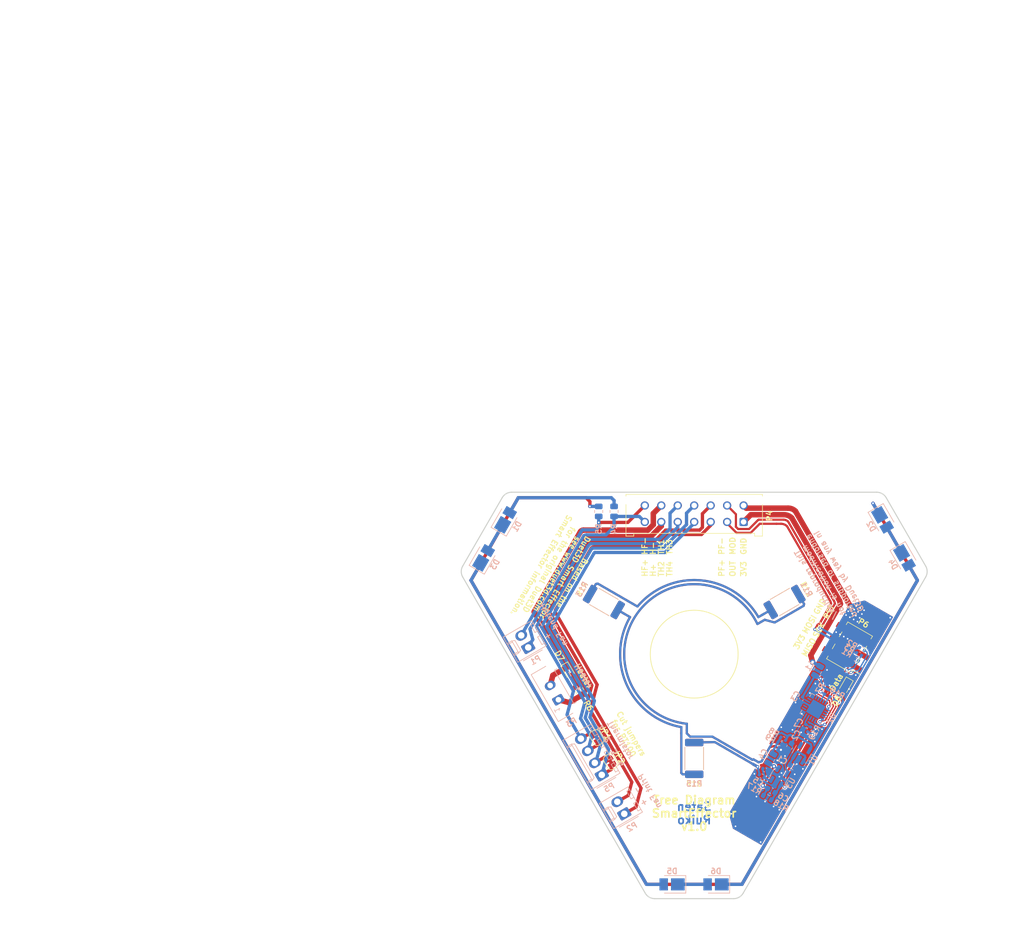
<source format=kicad_pcb>
(kicad_pcb (version 20211014) (generator pcbnew)
  (title_block (title "TD SmartEffector") (date "2022-11-17") (rev "V1.0") (company "Kuro") (comment 2 "Based on the Duet3D Smart Effector, see www.duet3d.com for the original\\nDuet3D Smart Effector information. This reproduction/modification is not endorsed or\\nsupported in any way by Duet3D."))
  (layers (0 "F.Cu" jumper) (31 "B.Cu" signal) (34 "B.Paste" user) (35 "F.Paste" user) (36 "B.SilkS" user "B.Silkscreen") (37 "F.SilkS" user "F.Silkscreen") (38 "B.Mask" user) (39 "F.Mask" user) (44 "Edge.Cuts" user))
  (net 0 "")
  (net 1 "+3V3")
  (net 2 "Net-(D1-Pad1)")
  (net 3 "Net-(D1-Pad2)")
  (net 4 "Net-(D7-Pad2)")
  (net 5 "T")
  (net 6 "B")
  (net 7 "GND")
  (net 8 "/TB-R11")
  (net 9 "/B3")
  (net 10 "/T3")
  (net 11 "+2V8")
  (net 12 "/ADC1")
  (net 13 "/u3Vout")
  (net 14 "/u3vin-")
  (net 15 "/u3vin+")
  (net 16 "/TB-C6")
  (net 17 "Net-(D2-Pad1)")
  (net 18 "Net-(D2-Pad2)")
  (net 19 "Net-(D3-Pad1)")
  (net 20 "Net-(D4-Pad2)")
  (net 21 "Net-(D5-Pad1)")
  (net 22 "/Heater -")
  (net 23 "Net-(D8-Pad2)")
  (net 24 "/Therm1")
  (net 25 "/Therm2")
  (net 26 "/Therm3")
  (net 27 "/Therm4")
  (net 28 "/Hotend Fan +")
  (net 29 "/Hotend Fan -")
  (net 30 "/Print Fan +")
  (net 31 "/Print Fan -")
  (net 32 "/Heater +")
  (net 33 "/MISO")
  (net 34 "/SCK")
  (net 35 "/MOSI")
  (net 36 "/RST")
  (net 37 "/COMMS_LED")
  (net 50 "Net-(L1-Pad2)")
  (net 51 "Net-(P4-Pad9)")
  (net 52 "Net-(P4-Pad2)")
  (net 53 "/B2A")
  (net 54 "/B2B")
  (net 55 "/T2A")
  (net 56 "/T2B")
  (net 57 "/B1A")
  (net 58 "/B1B")
  (net 59 "/T1A")
  (net 60 "/T1B")
  (net 61 "/ADC0B")
  (footprint "MountingHole:MountingHole_3mm" (layer "F.Cu") (at 72.5 77.194665 -120)
    (fp_text reference "M6" hide)
    (fp_text value "M_2.9mm")
  )
  (footprint "MountingHole:MountingHole_3mm" (layer "F.Cu") (at 127.500002 77.194664 -120)
    (fp_text reference "M10" hide)
    (fp_text value "M_2.9mm")
  )
  (footprint "MountingHole:MountingHole_3mm" (layer "F.Cu") (at 94 135.218367 -120)
    (fp_text reference "M3" hide)
    (fp_text value "M_2.9mm")
  )
  (footprint "MountingHole:MountingHole_3mm" (layer "F.Cu") (at 106.000001 135.218368 -120)
    (fp_text reference "M11" hide)
    (fp_text value "M_2.9mm")
  )
  (footprint "MountingHole:MountingHole_3mm" (layer "F.Cu") (at 66.5 87.58697 -120)
    (fp_text reference "M2" hide)
    (fp_text value "M_2.9mm")
  )
  (footprint "MountingHole:MountingHole_3mm" (layer "F.Cu") (at 133.500002 87.586969 -120)
    (fp_text reference "M7" hide)
    (fp_text value "M_2.9mm")
  )
  (footprint "LED_SMD:LED_0603_1608Metric_Pad1.05x0.95mm_HandSolder" (layer "F.Cu") (at 127.509482 105.952182 -120)
    (fp_text reference "D8")
    (fp_text value "Comms")
  )
  (footprint "complib:12mmHole" (layer "F.Cu") (at 100 100 -120)
    (fp_text reference "M4" hide)
    (fp_text value "12mm" hide)
  )
  (footprint "Connector_Molex:Molex_Micro-Fit_3.0_43045-1412_2x07_P3.00mm_Vertical" (layer "F.Cu") (at 109 75.915001 180)
    (fp_text reference "P4")
    (fp_text value "INPUT")
  )
  (footprint "Jumper:SolderJumper-2_P1.3mm_Bridged_RoundedPad1.0x1.5mm" (layer "F.Cu") (at 82.222835 115.209045 -60)
    (fp_text reference "JP1")
    (fp_text value "SolderJumper")
  )
  (footprint "Jumper:SolderJumper-2_P1.3mm_Bridged_RoundedPad1.0x1.5mm" (layer "F.Cu") (at 84.762835 119.608454 -60)
    (fp_text reference "JP2")
    (fp_text value "SolderJumper")
  )
  (footprint "Connector_PinHeader_2.54mm:PinHeader_2x03_P2.54mm_Vertical_SMD" (layer "F.Cu") (at 128.298006 98.786413 150)
    (fp_text reference "P6")
    (fp_text value "AVR-ISP-6")
  )
  (footprint "NetTie:NetTie-2_SMD_Pad0.5mm" (layer "F.Cu") (at 111.104002 120.267306 -30)
    (fp_text reference "NT4" hide)
    (fp_text value "NetTie-Top-Amp" hide)
  )
  (footprint "Resistor_SMD:R_2512_6332Metric" (layer "F.Cu") (at 116.454483 90.5 30)
    (fp_text reference "R12")
    (fp_text value "100R" hide)
  )
  (footprint "Resistor_SMD:R_2512_6332Metric" (layer "F.Cu") (at 83.545519 90.5 150)
    (fp_text reference "R14")
    (fp_text value "100R" hide)
  )
  (footprint "Resistor_SMD:R_2512_6332Metric" (layer "F.Cu") (at 100 119 90)
    (fp_text reference "R16")
    (fp_text value "100R" hide)
  )
  (footprint "MountingHole:MountingHole_3mm" (layer "F.Cu") (at 100.000002 83.000001 180)
    (fp_text reference "M5" hide)
    (fp_text value "M_2.9mm")
  )
  (footprint "MountingHole:MountingHole_3mm" (layer "F.Cu") (at 85.277569 108.499999 180)
    (fp_text reference "M9" hide)
    (fp_text value "M_2.9mm")
  )
  (footprint "MountingHole:MountingHole_3mm" (layer "F.Cu") (at 114.722434 108.5 180)
    (fp_text reference "M1" hide)
    (fp_text value "M_2.9mm")
  )
  (footprint "Resistor_SMD:R_0805_2012Metric" (layer "F.Cu") (at 79.128475 106.649458 -60)
    (fp_text reference "R6")
    (fp_text value "3.3K")
  )
  (footprint "td:round_track_connection_bot_01" (layer "F.Cu") (at 100 100 50)
    (fp_text reference "CN1" hide)
    (fp_text value "Round_Track_Connector" hide)
  )
  (footprint "td:round_track_connection_bot_02" (layer "F.Cu") (at 100 100 174)
    (fp_text reference "CN5" hide)
    (fp_text value "Round_Track_Connector" hide)
  )
  (footprint "td:round_track_connection_top_01" (layer "F.Cu") (at 100 100 170)
    (fp_text reference "CN4" hide)
    (fp_text value "Round_Track_Connector" hide)
  )
  (footprint "td:round_track_connection_top_01" (layer "F.Cu") (at 100 100 50)
    (fp_text reference "CN2" hide)
    (fp_text value "Round_Track_Connector" hide)
  )
  (footprint "LED_SMD:LED_0603_1608Metric_Pad1.05x0.95mm_HandSolder" (layer "F.Cu") (at 77.139725 103.204842 -60)
    (fp_text reference "D7")
    (fp_text value "Heater")
  )
  (footprint "td:round_track_connection_bot_01" (layer "F.Cu") (at 100 100 170)
    (fp_text reference "CN3" hide)
    (fp_text value "Round_Track_Connector" hide)
  )
  (footprint "td:round_track_connection_top_02" (layer "F.Cu") (at 100 100 174)
    (fp_text reference "CN6" hide)
    (fp_text value "Round_Track_Connector" hide)
  )
  (footprint "Connector_Molex:Molex_Micro-Fit_3.0_43650-0215_1x02_P3.00mm_Vertical" (layer "B.Cu") (at 75.258102 108.306667 120)
    (fp_text reference "P3")
    (fp_text value "Heater")
  )
  (footprint "Resistor_SMD:R_0805_2012Metric" (layer "B.Cu") (at 85.4 74 90)
    (fp_text reference "R4")
    (fp_text value "330R")
  )
  (footprint "Capacitor_SMD:C_0402_1005Metric" (layer "B.Cu") (at 119.486534 108.248335 -120)
    (fp_text reference "C3")
    (fp_text value "100n")
  )
  (footprint "Capacitor_SMD:C_0402_1005Metric" (layer "B.Cu") (at 120.084609 113.212436 -120)
    (fp_text reference "C7")
    (fp_text value "10n")
  )
  (footprint "Capacitor_SMD:C_0603_1608Metric" (layer "B.Cu") (at 118.14166 120.577723 -30)
    (fp_text reference "C1")
    (fp_text value "1u")
  )
  (footprint "Capacitor_SMD:C_0603_1608Metric" (layer "B.Cu") (at 114.054227 124.857367 150)
    (fp_text reference "C6")
    (fp_text value "47p")
  )
  (footprint "Capacitor_SMD:C_0805_2012Metric" (layer "B.Cu") (at 113.956149 119.027241 60)
    (fp_text reference "C4")
    (fp_text value "22u")
  )
  (footprint "Resistor_SMD:R_0603_1608Metric" (layer "B.Cu") (at 113.304225 126.156405 -30)
    (fp_text reference "R18")
    (fp_text value "10M")
  )
  (footprint "Resistor_SMD:R_0402_1005Metric" (layer "B.Cu") (at 125.143456 108.05026 150)
    (fp_text reference "R10")
    (fp_text value "330R")
  )
  (footprint "Resistor_SMD:R_0402_1005Metric" (layer "B.Cu") (at 120.950636 113.712436 60)
    (fp_text reference "R19")
    (fp_text value "5.1K")
  )
  (footprint "Resistor_SMD:R_0402_1005Metric" (layer "B.Cu") (at 130.56666 99.056991 150)
    (fp_text reference "R2")
    (fp_text value "5.1K")
  )
  (footprint "Resistor_SMD:R_0402_1005Metric" (layer "B.Cu") (at 130.016661 100.00962 -30)
    (fp_text reference "R3")
    (fp_text value "1K")
  )
  (footprint "Resistor_SMD:R_0402_1005Metric" (layer "B.Cu") (at 124.002815 106.825905 60)
    (fp_text reference "R7")
    (fp_text value "5.1K")
  )
  (footprint "Resistor_SMD:R_0402_1005Metric" (layer "B.Cu") (at 112.286053 122.219933 -30)
    (fp_text reference "R17")
    (fp_text value "5.1K")
  )
  (footprint "Resistor_SMD:R_0402_1005Metric" (layer "B.Cu") (at 116.211054 115.421635 150)
    (fp_text reference "R8")
    (fp_text value "10K 1%")
  )
  (footprint "Resistor_SMD:R_0402_1005Metric" (layer "B.Cu") (at 115.711053 116.287659 -30)
    (fp_text reference "R9")
    (fp_text value "10K 1%")
  )
  (footprint "Capacitor_SMD:C_0603_1608Metric" (layer "B.Cu") (at 117.339097 116.967803 60)
    (fp_text reference "C2")
    (fp_text value "1u")
  )
  (footprint "Capacitor_SMD:C_0402_1005Metric" (layer "B.Cu") (at 112.936053 121.0941 -30)
    (fp_text reference "C5")
    (fp_text value "10n")
  )
  (footprint "Connector_Molex:Molex_KK-254_AE-6410-04A_1x04_P2.54mm_Vertical" (layer "B.Cu") (at 83.163102 121.998529 120)
    (fp_text reference "P5")
    (fp_text value "TEMP")
  )
  (footprint "Package_TO_SOT_SMD:SOT-23-5" (layer "B.Cu") (at 115.516725 122.324244 60)
    (fp_text reference "U3")
    (fp_text value "MCP601T-I/OT ")
  )
  (footprint "LED_SMD:LED_PLCC_2835_Handsoldering" (layer "B.Cu") (at 65.626934 75.535899 60)
    (fp_text reference "D1")
    (fp_text value "illum")
  )
  (footprint "LED_SMD:LED_PLCC_2835_Handsoldering" (layer "B.Cu") (at 95.967524 141.943751 180)
    (fp_text reference "D5")
    (fp_text value "illum")
  )
  (footprint "LED_SMD:LED_PLCC_2835_Handsoldering" (layer "B.Cu") (at 61.626934 82.464102 60)
    (fp_text reference "D3")
    (fp_text value "illum")
  )
  (footprint "Connector_Molex:Molex_KK-254_AE-6410-02A_1x02_P2.54mm_Vertical" (layer "B.Cu") (at 87.258102 129.091278 120)
    (fp_text reference "P2")
    (fp_text value "Print Fan")
  )
  (footprint "Inductor_SMD:L_0805_2012Metric" (layer "B.Cu") (at 122.486533 103.052182 60)
    (fp_text reference "L1")
    (fp_text value "22uH")
  )
  (footprint "Connector_Molex:Molex_KK-254_AE-6410-02A_1x02_P2.54mm_Vertical" (layer "B.Cu") (at 69.758102 98.780388 120)
    (fp_text reference "P1")
    (fp_text value "Hotend Fan")
  )
  (footprint "Package_DFN_QFN:QFN-20-1EP_4x4mm_P0.5mm_EP2.6x2.6mm" (layer "B.Cu") (at 122.157815 110.02154 60)
    (fp_text reference "U2")
    (fp_text value "ATtiny44A-MU")
  )
  (footprint "Resistor_SMD:R_0402_1005Metric" (layer "B.Cu") (at 129.466661 100.962247 -30)
    (fp_text reference "R1")
    (fp_text value "330K")
  )
  (footprint "NetTie:NetTie-2_SMD_Pad0.5mm" (layer "B.Cu") (at 117.918584 114.964102 150)
    (fp_text reference "NT1" hide)
    (fp_text value "NetTie-ADC0-Bottom")
  )
  (footprint "NetTie:NetTie-2_SMD_Pad0.5mm" (layer "B.Cu") (at 111.104002 120.267306 -30)
    (fp_text reference "NT3" hide)
    (fp_text value "NetTie-Bottom-Amp" hide)
  )
  (footprint "Package_TO_SOT_SMD:SOT-23-5" (layer "B.Cu") (at 119.580073 118.08632 60)
    (fp_text reference "U1")
    (fp_text value "LP5907MFX-2.8")
  )
  (footprint "Resistor_SMD:R_2512_6332Metric" (layer "B.Cu") (at 116.454483 90.5 30)
    (fp_text reference "R11")
    (fp_text value "100R" hide)
  )
  (footprint "Resistor_SMD:R_2512_6332Metric" (layer "B.Cu") (at 83.545519 90.5 -30)
    (fp_text reference "R13")
    (fp_text value "100R" hide)
  )
  (footprint "Resistor_SMD:R_2512_6332Metric" (layer "B.Cu") (at 100 119 -90)
    (fp_text reference "R15")
    (fp_text value "100R" hide)
  )
  (footprint "LED_SMD:LED_PLCC_2835_Handsoldering" (layer "B.Cu") (at 103.967524 141.94375 180)
    (fp_text reference "D6")
    (fp_text value "illum")
  )
  (footprint "LED_SMD:LED_PLCC_2835_Handsoldering" (layer "B.Cu") (at 134.308115 75.535898 -60)
    (fp_text reference "D2")
    (fp_text value "illum")
  )
  (footprint "Resistor_SMD:R_0805_2012Metric" (layer "B.Cu") (at 82.600001 74.000001 90)
    (fp_text reference "R5")
    (fp_text value "330R")
  )
  (footprint "LED_SMD:LED_PLCC_2835_Handsoldering" (layer "B.Cu") (at 138.308116 82.464103 -60)
    (fp_text reference "D4")
    (fp_text value "illum")
  )
  (gr_line (start 107.190699 144.545345) (end 92.809303 144.545345) (layer "Edge.Cuts") (width 0.2))
  (gr_line (start 57.826952 83.954139) (end 65.017651 71.499483) (layer "Edge.Cuts") (width 0.2))
  (gr_arc (start 92.809303 144.545345) (mid 91.809303 144.277396) (end 91.077252 143.545345) (layer "Edge.Cuts") (width 0.2))
  (gr_line (start 66.749732 70.499483) (end 133.249136 70.500518) (layer "Edge.Cuts") (width 0.2))
  (gr_line (start 142.172749 85.954656) (end 108.922749 143.545344) (layer "Edge.Cuts") (width 0.2))
  (gr_line (start 91.077252 143.545345) (end 57.826952 85.954137) (layer "Edge.Cuts") (width 0.2))
  (gr_arc (start 65.017651 71.499483) (mid 65.749682 70.767355) (end 66.749732 70.499483) (layer "Edge.Cuts") (width 0.2))
  (gr_line (start 134.981083 71.500393) (end 142.172677 83.95453) (layer "Edge.Cuts") (width 0.2))
  (gr_arc (start 108.922749 143.545344) (mid 108.190722 144.277447) (end 107.190699 144.545345) (layer "Edge.Cuts") (width 0.2))
  (gr_arc (start 57.826952 85.954137) (mid 57.559016 84.954144) (end 57.826952 83.954139) (layer "Edge.Cuts") (width 0.2))
  (gr_arc (start 142.172677 83.95453) (mid 142.440706 84.954587) (end 142.172749 85.954656) (layer "Edge.Cuts") (width 0.2))
  (gr_arc (start 133.249136 70.500518) (mid 134.249056 70.768445) (end 134.981083 71.500393) (layer "Edge.Cuts") (width 0.2))
  (gr_text "Saten\nRuiko" (at 100 129) (layer "B.Cu") (effects (font (size 1.5 1.5) (thickness 0.3)) (justify mirror)))
  (gr_text "3" (at 85.426872 117.758602 120) (layer "B.SilkS") (effects (font (size 1 1) (thickness 0.2)) (justify mirror)))
  (gr_text "Thermistor" (at 86.523923 115.658749 120) (layer "B.SilkS") (effects (font (size 1 1) (thickness 0.2)) (justify mirror)))
  (gr_text "1" (at 75.027122 110.145706 300) (layer "B.SilkS") (effects (font (size 1 1) (thickness 0.1)) (justify mirror)))
  (gr_text "2" (at 84.156872 115.558897 120) (layer "B.SilkS") (effects (font (size 1 1) (thickness 0.2)) (justify mirror)))
  (gr_text "-" (at 89.521872 124.85135 120) (layer "B.SilkS") (effects (font (size 1 1) (thickness 0.2)) (justify mirror)))
  (gr_text "Hotend Fan" (at 74.388923 94.640313 120) (layer "B.SilkS") (effects (font (size 1 1) (thickness 0.2)) (justify mirror)))
  (gr_text "+" (at 78.791872 106.266444 120) (layer "B.SilkS") (effects (font (size 1 1) (thickness 0.2)) (justify mirror)))
  (gr_text "Heater" (at 79.773923 103.967406 120) (layer "B.SilkS") (effects (font (size 1 1) (thickness 0.2)) (justify mirror)))
  (gr_text "-" (at 72.021871 94.54046 120) (layer "B.SilkS") (effects (font (size 1 1) (thickness 0.2)) (justify mirror)))
  (gr_text "-" (at 77.291872 103.668368 120) (layer "B.SilkS") (effects (font (size 1 1) (thickness 0.2)) (justify mirror)))
  (gr_text "4" (at 86.696872 119.958306 120) (layer "B.SilkS") (effects (font (size 1 1) (thickness 0.2)) (justify mirror)))
  (gr_text "1" (at 82.886872 113.359193 120) (layer "B.SilkS") (effects (font (size 1 1) (thickness 0.2)) (justify mirror)))
  (gr_text "Print Fan" (at 91.888923 124.951203 120) (layer "B.SilkS") (effects (font (size 1 1) (thickness 0.2)) (justify mirror)))
  (gr_text "+" (at 73.291872 96.740165 120) (layer "B.SilkS") (effects (font (size 1 1) (thickness 0.2)) (justify mirror)))
  (gr_text "This reproduction/\nmodification is not\nendorsed or supported\nin any way by Duet3D" (at 124.298712 86.086603 120) (layer "B.SilkS") (effects (font (size 1 1) (thickness 0.2)) (justify mirror)))
  (gr_text "+" (at 90.791872 127.051055 120) (layer "B.SilkS") (effects (font (size 1 1) (thickness 0.2)) (justify mirror)))
  (gr_text "TH1" (at 94.000001 82 90) (layer "F.SilkS") (effects (font (size 1 1) (thickness 0.2)) (justify left)))
  (gr_text "MOD" (at 107 82 90) (layer "F.SilkS") (effects (font (size 1 1) (thickness 0.2)) (justify left)))
  (gr_text "RST" (at 123.888778 93.623423 60) (layer "F.SilkS") (effects (font (size 1 1) (thickness 0.2)) (justify left)))
  (gr_text "MISO" (at 121.881635 97.099896 60) (layer "F.SilkS") (effects (font (size 1 1) (thickness 0.2)) (justify right)))
  (gr_text "HF-" (at 91 82 90) (layer "F.SilkS") (effects (font (size 1 1) (thickness 0.2)) (justify left)))
  (gr_text "HF+" (at 91 86 90) (layer "F.SilkS") (effects (font (size 1 1) (thickness 0.2)) (justify left)))
  (gr_text "Tree Diagram\nSmartEffector\nv1.0" (at 100 129) (layer "F.SilkS") (effects (font (size 1.5 1.5) (thickness 0.3))))
  (gr_text "Data" (at 125.900635 105.138784 60) (layer "F.SilkS") (effects (font (size 1 1) (thickness 0.2))))
  (gr_text "PF-" (at 105 82 90) (layer "F.SilkS") (effects (font (size 1 1) (thickness 0.2)) (justify left)))
  (gr_text "GND" (at 122.073394 92.767761 60) (layer "F.SilkS") (effects (font (size 1 1) (thickness 0.2)) (justify left)))
  (gr_text "Heater" (at 79.773923 103.967406 300) (layer "F.SilkS") (effects (font (size 1 1) (thickness 0.2))))
  (gr_text "Cut jumpers\nfor PT100" (at 87.822961 114.908749 300) (layer "F.SilkS") (effects (font (size 1 1) (thickness 0.2))))
  (gr_text "Based on the\nDuet3D Smart Effector,\nsee www.duet3d.com\nfor the original Duet3D\nSmart Effector information." (at 74.935264 85.413397 240) (layer "F.SilkS") (effects (font (size 1 1) (thickness 0.2))))
  (gr_text "3V3" (at 109 86 90) (layer "F.SilkS") (effects (font (size 1 1) (thickness 0.2)) (justify left)))
  (gr_text "TH4" (at 95.5 86 90) (layer "F.SilkS") (effects (font (size 1 1) (thickness 0.2)) (justify left)))
  (gr_text "OUT" (at 107 86 90) (layer "F.SilkS") (effects (font (size 1 1) (thickness 0.2)) (justify left)))
  (gr_text "H+" (at 92.5 86 90) (layer "F.SilkS") (effects (font (size 1 1) (thickness 0.2)) (justify left)))
  (gr_text "PF+" (at 105 86 90) (layer "F.SilkS") (effects (font (size 1 1) (thickness 0.2)) (justify left)))
  (gr_text "GND" (at 109 82 90) (layer "F.SilkS") (effects (font (size 1 1) (thickness 0.2)) (justify left)))
  (gr_text "TH2" (at 94.000001 86 90) (layer "F.SilkS") (effects (font (size 1 1) (thickness 0.2)) (justify left)))
  (gr_text "3V3" (at 119.935298 96.471051 60) (layer "F.SilkS") (effects (font (size 1 1) (thickness 0.2)) (justify right)))
  (gr_text "H-" (at 92.499999 82 90) (layer "F.SilkS") (effects (font (size 1 1) (thickness 0.2)) (justify left)))
  (gr_text "SCK" (at 122.755445 95.586414 60) (layer "F.SilkS") (effects (font (size 1 1) (thickness 0.2))))
  (gr_text "TH3" (at 95.5 82 90) (layer "F.SilkS") (effects (font (size 1 1) (thickness 0.2)) (justify left)))
  (gr_text "MOSI" (at 121.023394 94.586414 60) (layer "F.SilkS") (effects (font (size 1 1) (thickness 0.2))))
  (segment (start 123.176456 104.200487) (end 124.991025 103.714274) (width 0.4) (layer "F.Cu") (net 1))
  (segment (start 126.369828 100.606118) (end 124.841292 99.723618) (width 0.4) (layer "F.Cu") (net 1))
  (segment (start 123.158146 104.189915) (end 123.176456 104.200487) (width 0.4) (layer "F.Cu") (net 1))
  (segment (start 124.991025 103.714274) (end 126.501597 101.097888) (width 0.4) (layer "F.Cu") (net 1))
  (segment (start 126.501597 101.097888) (end 126.369828 100.606118) (width 0.4) (layer "F.Cu") (net 1))
  (segment (start 123.014146 104.43933) (end 123.158146 104.189915) (width 0.4) (layer "F.Cu") (net 1))
  (via (at 123.014146 104.43933) (size 0.6) (drill 0.3) (layers "F.Cu" "B.Cu") (net 1))
  (segment (start 120.740716 108.626026) (end 119.792419 108.078527) (width 0.25) (layer "B.Cu") (net 1))
  (segment (start 120.387715 119.866085) (end 120.675505 119.788972) (width 0.4) (layer "B.Cu") (net 1))
  (segment (start 119.834047 119.546424) (end 120.239385 118.844358) (width 0.4) (layer "B.Cu") (net 1))
  (segment (start 120.239385 118.844358) (end 120.14721 118.50036) (width 0.4) (layer "B.Cu") (net 1))
  (segment (start 118.188599 118.596425) (end 117.406437 119.951169) (width 0.4) (layer "B.Cu") (net 1))
  (segment (start 119.726533 107.832641) (end 121.486535 104.784231) (width 0.4) (layer "B.Cu") (net 1))
  (segment (start 122.017783 103.864081) (end 123.014146 104.43933) (width 0.4) (layer "B.Cu") (net 1))
  (segment (start 120.14721 118.50036) (end 118.894632 117.777185) (width 0.4) (layer "B.Cu") (net 1))
  (segment (start 126.942678 107.934915) (end 124.257998 106.384915) (width 0.4) (layer "B.Cu") (net 1))
  (segment (start 119.792419 108.078527) (end 119.726533 107.832641) (width 0.25) (layer "B.Cu") (net 1))
  (segment (start 121.486535 104.784231) (end 122.017785 103.864079) (width 0.4) (layer "B.Cu") (net 1))
  (segment (start 119.834047 119.546424) (end 120.387715 119.866085) (width 0.4) (layer "B.Cu") (net 1))
  (segment (start 118.894632 117.777185) (end 118.618936 117.851056) (width 0.4) (layer "B.Cu") (net 1))
  (segment (start 120.675505 119.788972) (end 127.125505 108.617245) (width 0.4) (layer "B.Cu") (net 1))
  (segment (start 123.403048 105.890732) (end 123.014146 104.43933) (width 0.4) (layer "B.Cu") (net 1))
  (segment (start 124.257998 106.384915) (end 124.257815 106.384232) (width 0.4) (layer "B.Cu") (net 1))
  (segment (start 127.125505 108.617245) (end 126.942678 107.934915) (width 0.4) (layer "B.Cu") (net 1))
  (segment (start 118.618936 117.851056) (end 118.188599 118.596425) (width 0.4) (layer "B.Cu") (net 1))
  (segment (start 124.257815 106.384232) (end 123.403048 105.890732) (width 0.4) (layer "B.Cu") (net 1))
  (segment (start 117.406437 119.951169) (end 117.470491 120.190222) (width 0.4) (layer "B.Cu") (net 1))
  (segment (start 65.101933 76.445225) (end 62.389432 81.143412) (width 0.6) (layer "B.Cu") (net 2))
  (segment (start 67.949554 71.5) (end 67.951933 71.50888) (width 0.6) (layer "B.Cu") (net 3))
  (segment (start 85.4 72) (end 84.9 71.500001) (width 0.6) (layer "B.Cu") (net 3))
  (segment (start 85.400001 73.0875) (end 85.4 72) (width 0.6) (layer "B.Cu") (net 3))
  (segment (start 67.951933 71.50888) (end 66.389434 74.21521) (width 0.6) (layer "B.Cu") (net 3))
  (segment (start 84.9 71.500001) (end 67.949554 71.5) (width 0.6) (layer "B.Cu") (net 3))
  (segment (start 78.672225 105.859208) (end 77.577225 103.962614) (width 0.6) (layer "F.Cu") (net 4))
  (segment (start 103.742786 116.017305) (end 110.670988 120.017304) (width 0.4) (layer "F.Cu") (net 5))
  (segment (start 100 116.1) (end 103.742786 116.017305) (width 0.4) (layer "F.Cu") (net 5))
  (segment (start 100 116.1) (end 103.742786 116.017305) (width 0.4) (layer "B.Cu") (net 6))
  (segment (start 103.742786 116.017305) (end 110.670988 120.017304) (width 0.4) (layer "B.Cu") (net 6))
  (segment (start 109 72.915002) (end 109.484999 73.4) (width 1) (layer "F.Cu") (net 7))
  (segment (start 114.586534 116.735384) (end 113.766917 116.954998) (width 0.4) (layer "F.Cu") (net 7))
  (segment (start 113.766917 116.954998) (end 112.266919 119.553073) (width 0.4) (layer "F.Cu") (net 7))
  (segment (start 110.811181 119.174484) (end 110.585666 119.234911) (width 0.4) (layer "F.Cu") (net 7))
  (segment (start 112.266919 119.553073) (end 111.720509 119.699485) (width 0.4) (layer "F.Cu") (net 7))
  (segment (start 118.44768 73.952319) (end 128.549981 91.450019) (width 1) (layer "F.Cu") (net 7))
  (segment (start 99.275002 115.025) (end 98.664775 114.414775) (width 0.4) (layer "F.Cu") (net 7))
  (segment (start 109.484999 73.4) (end 117.114137 73.4) (width 1) (layer "F.Cu") (net 7))
  (segment (start 115.798968 117.435382) (end 114.586534 116.735384) (width 0.4) (layer "F.Cu") (net 7))
  (segment (start 111.720509 119.699485) (end 110.811181 119.174484) (width 0.4) (layer "F.Cu") (net 7))
  (segment (start 98.664775 114.414775) (end 98.664776 113.801223) (width 0.4) (layer "F.Cu") (net 7))
  (segment (start 110.585666 119.234911) (end 103.293887 115.025001) (width 0.4) (layer "F.Cu") (net 7))
  (segment (start 103.293887 115.025001) (end 99.275002 115.025) (width 0.4) (layer "F.Cu") (net 7))
  (via (at 107.525765 131.364995) (size 0.6) (drill 0.3) (layers "F.Cu" "B.Cu") (net 7))
  (via (at 118.309481 121.88705) (size 0.6) (drill 0.3) (layers "F.Cu" "B.Cu") (net 7))
  (via (at 118.689866 120.028203) (size 0.6) (drill 0.3) (layers "F.Cu" "B.Cu") (net 7))
  (via (at 121.982687 115.924872) (size 0.6) (drill 0.3) (layers "F.Cu" "B.Cu") (net 7))
  (via (at 129.745377 94.079491) (size 0.6) (drill 0.3) (layers "F.Cu" "B.Cu") (net 7))
  (via (at 129.559739 91.201032) (size 0.6) (drill 0.3) (layers "F.Cu" "B.Cu") (net 7))
  (via (at 125.866918 95.997183) (size 0.6) (drill 0.3) (layers "F.Cu" "B.Cu") (net 7))
  (via (at 115.8382 119.767434) (size 0.6) (drill 0.3) (layers "F.Cu" "B.Cu") (net 7))
  (via (at 127.25256 96.797184) (size 0.6) (drill 0.3) (layers "F.Cu" "B.Cu") (net 7))
  (via (at 128.759739 92.586672) (size 0.6) (drill 0.3) (layers "F.Cu" "B.Cu") (net 7))
  (via (at 117.898969 113.798076) (size 0.6) (drill 0.3) (layers "F.Cu" "B.Cu") (net 7))
  (via (at 115.798968 117.435382) (size 0.8) (drill 0.4) (layers "F.Cu" "B.Cu") (net 7))
  (via (at 126.55974 96.397185) (size 0.6) (drill 0.3) (layers "F.Cu" "B.Cu") (net 7))
  (via (at 135.702302 93.361801) (size 0.6) (drill 0.3) (layers "F.Cu" "B.Cu") (net 7))
  (via (at 129.15974 91.893853) (size 0.6) (drill 0.3) (layers "F.Cu" "B.Cu") (net 7))
  (via (at 110.966918 121.80474) (size 0.6) (drill 0.3) (layers "F.Cu" "B.Cu") (net 7))
  (via (at 122.079355 105.357438) (size 0.6) (drill 0.3) (layers "F.Cu" "B.Cu") (net 7))
  (via (at 124.657815 105.691413) (size 0.6) (drill 0.3) (layers "F.Cu" "B.Cu") (net 7))
  (via (at 128.359739 93.279493) (size 0.6) (drill 0.3) (layers "F.Cu" "B.Cu") (net 7))
  (via (at 116.5382 118.554998) (size 0.6) (drill 0.3) (layers "F.Cu" "B.Cu") (net 7))
  (via (at 119.598968 110.853589) (size 0.6) (drill 0.3) (layers "F.Cu" "B.Cu") (net 7))
  (via (at 115.86692 113.317691) (size 0.6) (drill 0.3) (layers "F.Cu" "B.Cu") (net 7))
  (via (at 119.48461 114.251667) (size 0.6) (drill 0.3) (layers "F.Cu" "B.Cu") (net 7))
  (via (at 121.079354 107.089488) (size 0.6) (drill 0.3) (layers "F.Cu" "B.Cu") (net 7))
  (via (at 127.945379 97.197183) (size 0.6) (drill 0.3) (layers "F.Cu" "B.Cu") (net 7))
  (via (at 106.766917 129.079353) (size 0.6) (drill 0.3) (layers "F.Cu" "B.Cu") (net 7))
  (via (at 114.463071 127.749228) (size 0.6) (drill 0.3) (layers "F.Cu" "B.Cu") (net 7))
  (via (at 130.14538 93.386672) (size 0.6) (drill 0.3) (layers "F.Cu" "B.Cu") (net 7))
  (via (at 115.904226 121.653075) (size 0.6) (drill 0.3) (layers "F.Cu" "B.Cu") (net 7))
  (via (at 111.345378 125.949226) (size 0.6) (drill 0.3) (layers "F.Cu" "B.Cu") (net 7))
  (via (at 112.904226 126.849227) (size 0.6) (drill 0.3) (layers "F.Cu" "B.Cu") (net 7))
  (via (at 128.202302 106.352182) (size 0.6) (drill 0.3) (layers "F.Cu" "B.Cu") (net 7))
  (via (at 130.252559 91.60103) (size 0.6) (drill 0.3) (layers "F.Cu" "B.Cu") (net 7))
  (via (at 129.052559 93.679492) (size 0.6) (drill 0.3) (layers "F.Cu" "B.Cu") (net 7))
  (via (at 115.5023 128.349226) (size 0.6) (drill 0.3) (layers "F.Cu" "B.Cu") (net 7))
  (via (at 128.466919 91.49385) (size 0.6) (drill 0.3) (layers "F.Cu" "B.Cu") (net 7))
  (via (at 115.145378 119.367433) (size 0.6) (drill 0.3) (layers "F.Cu" "B.Cu") (net 7))
  (via (at 130.945377 92.00103) (size 0.6) (drill 0.3) (layers "F.Cu" "B.Cu") (net 7))
  (via (at 129.45256 92.986673) (size 0.6) (drill 0.3) (layers "F.Cu" "B.Cu") (net 7))
  (via (at 118.466919 108.814358) (size 0.6) (drill 0.3) (layers "F.Cu" "B.Cu") (net 7))
  (via (at 128.066919 92.186671) (size 0.6) (drill 0.3) (layers "F.Cu" "B.Cu") (net 7))
  (via (at 123.282687 113.673206) (size 0.6) (drill 0.3) (layers "F.Cu" "B.Cu") (net 7))
  (via (at 124.198969 102.886156) (size 0.6) (drill 0.3) (layers "F.Cu" "B.Cu") (net 7))
  (via (at 119.802302 120.901407) (size 0.6) (drill 0.3) (layers "F.Cu" "B.Cu") (net 7))
  (via (at 127.666917 92.879491) (size 0.6) (drill 0.3) (layers "F.Cu" "B.Cu") (net 7))
  (via (at 129.429097 103.827311) (size 0.6) (drill 0.3) (layers "F.Cu" "B.Cu") (net 7))
  (via (at 112.102302 134.2382) (size 0.6) (drill 0.3) (layers "F.Cu" "B.Cu") (net 7))
  (via (at 130.551862 92.690099) (size 0.6) (drill 0.3) (layers "F.Cu" "B.Cu") (net 7))
  (via (at 122.11666 113.692821) (size 0.6) (drill 0.3) (layers "F.Cu" "B.Cu") (net 7))
  (via (at 115.516725 122.324244) (size 0.6) (drill 0.3) (layers "F.Cu" "B.Cu") (net 7))
  (via (at 129.85256 92.293852) (size 0.6) (drill 0.3) (layers "F.Cu" "B.Cu") (net 7))
  (arc (start 117.114137 73.4) (mid 117.83586 73.543554) (end 118.44768 73.952319) (width 1) (layer "F.Cu") (net 7))
  (segment (start 129.02999 100.698587) (end 129.024988 100.707248) (width 0.4) (layer "B.Cu") (net 7))
  (segment (start 120.490716 109.05904) (end 119.629021 108.56154) (width 0.25) (layer "B.Cu") (net 7))
  (segment (start 119.629021 108.56154) (end 119.246533 108.664026) (width 0.25) (layer "B.Cu") (net 7))
  (via (at 111.537015 120.517306) (size 0.6) (drill 0.3) (layers "F.Cu" "B.Cu") (net 8))
  (segment (start 111.84438 121.964934) (end 111.899381 121.869672) (width 0.4) (layer "B.Cu") (net 8))
  (segment (start 111.899381 121.869672) (end 111.537015 120.517306) (width 0.4) (layer "B.Cu") (net 8))
  (segment (start 111.84438 121.964934) (end 111.899381 121.869672) (width 0.4) (layer "B.Cu") (net 8))
  (segment (start 119.926555 91.202305) (end 120.015957 90.868654) (width 0.4) (layer "B.Cu") (net 9))
  (segment (start 114.677143 94.233055) (end 119.926555 91.202305) (width 0.4) (layer "B.Cu") (net 9))
  (segment (start 112.844556 93.742016) (end 114.677143 94.233055) (width 0.4) (layer "B.Cu") (net 9))
  (segment (start 112.418839 93.987804) (end 112.844556 93.742016) (width 0.4) (layer "B.Cu") (net 9))
  (segment (start 120.015957 90.868654) (end 118.965957 89.049999) (width 0.4) (layer "B.Cu") (net 9))
  (segment (start 120.017622 90.859284) (end 118.967623 89.04063) (width 0.4) (layer "F.Cu") (net 10))
  (segment (start 119.92822 91.192936) (end 120.017622 90.859284) (width 0.4) (layer "F.Cu") (net 10))
  (segment (start 114.667197 94.23039) (end 119.92822 91.192936) (width 0.4) (layer "F.Cu") (net 10))
  (segment (start 112.505441 93.937803) (end 112.844554 93.742015) (width 0.4) (layer "F.Cu") (net 10))
  (segment (start 112.844554 93.742015) (end 114.667197 94.23039) (width 0.4) (layer "F.Cu") (net 10))
  (segment (start 121.364385 116.8958) (end 121.236276 116.417691) (width 0.4) (layer "B.Cu") (net 11))
  (segment (start 118.091789 115.064101) (end 118.351598 115.214102) (width 0.25) (layer "B.Cu") (net 11))
  (segment (start 116.765786 120.982989) (end 116.710883 120.778085) (width 0.25) (layer "B.Cu") (net 11))
  (segment (start 116.710883 120.778085) (end 116.551263 120.182374) (width 0.25) (layer "B.Cu") (net 11))
  (segment (start 118.065171 117.560208) (end 117.726598 116.296634) (width 0.25) (layer "B.Cu") (net 11))
  (segment (start 118.898009 115.067691) (end 118.351598 115.214102) (width 0.4) (layer "B.Cu") (net 11))
  (segment (start 116.806448 121.134742) (end 117.220252 121.373651) (width 0.25) (layer "B.Cu") (net 11))
  (segment (start 117.726598 116.296634) (end 118.351598 115.214102) (width 0.4) (layer "B.Cu") (net 11))
  (segment (start 116.710883 120.778085) (end 116.806448 121.134742) (width 0.25) (layer "B.Cu") (net 11))
  (segment (start 116.551263 120.182374) (end 118.065171 117.560208) (width 0.25) (layer "B.Cu") (net 11))
  (segment (start 120.32929 111.188638) (end 118.091789 115.064101) (width 0.25) (layer "B.Cu") (net 11))
  (segment (start 120.971547 117.576217) (end 121.364385 116.8958) (width 0.4) (layer "B.Cu") (net 11))
  (segment (start 121.236276 116.417691) (end 118.898009 115.067691) (width 0.4) (layer "B.Cu") (net 11))
  (segment (start 121.164654 113.281743) (end 121.205636 113.270763) (width 0.25) (layer "B.Cu") (net 12))
  (segment (start 120.32461 112.796743) (end 121.164654 113.281743) (width 0.25) (layer "B.Cu") (net 12))
  (segment (start 120.762301 111.438637) (end 120.214801 112.386935) (width 0.25) (layer "B.Cu") (net 12))
  (segment (start 120.214801 112.386935) (end 120.32461 112.796743) (width 0.25) (layer "B.Cu") (net 12))
  (segment (start 116.506821 124.209349) (end 116.140795 122.843323) (width 0.4) (layer "F.Cu") (net 13))
  (segment (start 120.742046 114.873725) (end 121.561661 114.65411) (width 0.4) (layer "F.Cu") (net 13))
  (segment (start 116.140795 122.843323) (end 120.742046 114.873725) (width 0.4) (layer "F.Cu") (net 13))
  (via (at 116.506821 124.209349) (size 0.6) (drill 0.3) (layers "F.Cu" "B.Cu") (net 13))
  (via (at 121.561661 114.65411) (size 0.6) (drill 0.3) (layers "F.Cu" "B.Cu") (net 13))
  (segment (start 115.770698 123.784347) (end 116.506821 124.209349) (width 0.4) (layer "B.Cu") (net 13))
  (segment (start 114.189451 126.523154) (end 114.018696 126.568905) (width 0.4) (layer "B.Cu") (net 13))
  (segment (start 115.770698 123.784347) (end 114.189451 126.523154) (width 0.4) (layer "B.Cu") (net 13))
  (segment (start 121.561661 114.65411) (end 120.695636 114.154109) (width 0.4) (layer "B.Cu") (net 13))
  (segment (start 114.526628 120.43914) (end 112.495381 123.957367) (width 0.4) (layer "F.Cu") (net 14))
  (via (at 112.495381 123.957367) (size 0.8) (drill 0.4) (layers "F.Cu" "B.Cu") (net 14))
  (via (at 114.526628 120.43914) (size 0.8) (drill 0.4) (layers "F.Cu" "B.Cu") (net 14))
  (segment (start 115.176148 120.81414) (end 114.526628 120.43914) (width 0.4) (layer "B.Cu") (net 14))
  (segment (start 113.383056 124.469867) (end 112.658056 125.725604) (width 0.4) (layer "B.Cu") (net 14))
  (segment (start 113.487399 119.83914) (end 114.526628 120.43914) (width 0.4) (layer "B.Cu") (net 14))
  (segment (start 112.495381 123.957367) (end 113.383056 124.469867) (width 0.4) (layer "B.Cu") (net 14))
  (segment (start 112.658056 125.725604) (end 112.589754 125.743905) (width 0.4) (layer "B.Cu") (net 14))
  (segment (start 112.825889 122.304914) (end 112.463523 120.952545) (width 0.4) (layer "B.Cu") (net 15))
  (segment (start 112.463523 120.952545) (end 112.520361 120.854101) (width 0.4) (layer "B.Cu") (net 15))
  (segment (start 113.801596 123.094932) (end 113.938201 123.058333) (width 0.4) (layer "B.Cu") (net 15))
  (segment (start 112.727726 122.474933) (end 113.801596 123.094932) (width 0.4) (layer "B.Cu") (net 15))
  (segment (start 112.727726 122.474933) (end 112.825889 122.304914) (width 0.4) (layer "B.Cu") (net 15))
  (segment (start 115.769381 115.166635) (end 115.26938 116.03266) (width 0.4) (layer "B.Cu") (net 16))
  (segment (start 114.114381 118.033177) (end 115.26938 116.03266) (width 0.4) (layer "B.Cu") (net 16))
  (segment (start 114.424898 118.215343) (end 114.115296 118.036593) (width 0.4) (layer "B.Cu") (net 16))
  (segment (start 114.115296 118.036593) (end 114.114381 118.033177) (width 0.4) (layer "B.Cu") (net 16))
  (segment (start 66.387153 74.207822) (end 67.949654 71.501492) (width 0.6) (layer "F.Cu") (net 17))
  (segment (start 81 72.200001) (end 80.292612 71.492613) (width 0.6) (layer "F.Cu") (net 17))
  (segment (start 140.637684 86.620091) (end 108.697046 141.942899) (width 0.6) (layer "F.Cu") (net 17))
  (segment (start 61.167997 83.374046) (end 66.387153 74.207822) (width 0.6) (layer "F.Cu") (net 17))
  (segment (start 61.167997 83.374046) (end 59.330529 86.55663) (width 0.6) (layer "F.Cu") (net 17))
  (segment (start 140.661126 86.532604) (end 132.578765 72.533545) (width 0.6) (layer "F.Cu") (net 17))
  (segment (start 59.330529 86.55663) (end 59.330766 86.557514) (width 0.6) (layer "F.Cu") (net 17))
  (segment (start 108.696399 141.943547) (end 108.697046 141.942899) (width 0.6) (layer "F.Cu") (net 17))
  (segment (start 132.578765 72.533545) (end 132.579767 72.529809) (width 0.6) (layer "F.Cu") (net 17))
  (segment (start 105.021467 141.943546) (end 94.508587 141.944368) (width 0.6) (layer "F.Cu") (net 17))
  (segment (start 105.021467 141.943546) (end 108.696399 141.943547) (width 0.6) (layer "F.Cu") (net 17))
  (segment (start 81.000001 73.087499) (end 81 72.200001) (width 0.6) (layer "F.Cu") (net 17))
  (segment (start 91.271406 141.880323) (end 59.330766 86.557514) (width 0.6) (layer "F.Cu") (net 17))
  (segment (start 140.661126 86.532604) (end 140.637684 86.620091) (width 0.6) (layer "F.Cu") (net 17))
  (segment (start 91.335449 141.944368) (end 91.271406 141.880323) (width 0.6) (layer "F.Cu") (net 17))
  (segment (start 80.292612 71.492613) (end 67.947276 71.492613) (width 0.6) (layer "F.Cu") (net 17))
  (segment (start 94.508587 141.944368) (end 91.335449 141.944368) (width 0.6) (layer "F.Cu") (net 17))
  (via (at 132.579767 72.529809) (size 0.6) (drill 0.3) (layers "F.Cu" "B.Cu") (net 17))
  (via (at 81.000001 73.087499) (size 0.6) (drill 0.3) (layers "F.Cu" "B.Cu") (net 17))
  (segment (start 133.783116 74.626573) (end 132.577479 72.538348) (width 0.6) (layer "B.Cu") (net 17))
  (segment (start 81.000001 73.087499) (end 82.599999 73.087499) (width 0.6) (layer "B.Cu") (net 17))
  (segment (start 132.577479 72.538348) (end 132.579767 72.529809) (width 0.6) (layer "B.Cu") (net 17))
  (segment (start 135.070615 76.856587) (end 137.783115 81.554774) (width 0.6) (layer "B.Cu") (net 18))
  (segment (start 94.507864 141.945657) (end 91.334726 141.945657) (width 0.6) (layer "B.Cu") (net 19))
  (segment (start 91.270682 141.881614) (end 59.330044 86.558806) (width 0.6) (layer "B.Cu") (net 19))
  (segment (start 91.334726 141.945657) (end 91.270682 141.881614) (width 0.6) (layer "B.Cu") (net 19))
  (segment (start 61.167272 83.375335) (end 59.329809 86.55792) (width 0.6) (layer "B.Cu") (net 19))
  (segment (start 59.329809 86.55792) (end 59.330044 86.558806) (width 0.6) (layer "B.Cu") (net 19))
  (segment (start 140.657184 86.532808) (end 140.633743 86.620295) (width 0.6) (layer "B.Cu") (net 20))
  (segment (start 108.692456 141.943751) (end 108.693104 141.943103) (width 0.6) (layer "B.Cu") (net 20))
  (segment (start 140.633743 86.620295) (end 108.693104 141.943103) (width 0.6) (layer "B.Cu") (net 20))
  (segment (start 105.017524 141.94375) (end 108.692456 141.943751) (width 0.6) (layer "B.Cu") (net 20))
  (segment (start 139.070615 83.78479) (end 140.657184 86.532808) (width 0.6) (layer "B.Cu") (net 20))
  (segment (start 102.442523 141.94375) (end 97.017524 141.94375) (width 0.6) (layer "B.Cu") (net 21))
  (segment (start 92.55 76.415611) (end 92.55 74.365001) (width 1) (layer "F.Cu") (net 22))
  (segment (start 79.585738 77.457413) (end 79.8 77.4) (width 1) (layer "F.Cu") (net 22))
  (segment (start 91.56561 77.4) (end 92.55 76.415611) (width 1) (layer "F.Cu") (net 22))
  (segment (start 76.702224 102.447069) (end 70.840262 92.293852) (width 1) (layer "F.Cu") (net 22))
  (segment (start 91.56561 77.4) (end 79.8 77.4) (width 1) (layer "F.Cu") (net 22))
  (segment (start 70.840262 92.293852) (end 79.263191 77.704911) (width 1) (layer "F.Cu") (net 22))
  (segment (start 76.702224 102.447069) (end 74.253151 103.861042) (width 1) (layer "F.Cu") (net 22))
  (segment (start 92.55 74.365001) (end 93.999999 72.914999) (width 1) (layer "F.Cu") (net 22))
  (segment (start 74.253151 103.861042) (end 73.758102 105.708592) (width 1) (layer "F.Cu") (net 22))
  (arc (start 79.263191 77.704911) (mid 79.399848 77.549082) (end 79.585738 77.457413) (width 1) (layer "F.Cu") (net 22))
  (segment (start 126.159732 108.290018) (end 127.071981 106.709954) (width 0.4) (layer "F.Cu") (net 23))
  (segment (start 126.269721 108.700507) (end 126.159732 108.290018) (width 0.4) (layer "F.Cu") (net 23))
  (via (at 126.269721 108.700507) (size 0.6) (drill 0.3) (layers "F.Cu" "B.Cu") (net 23))
  (segment (start 126.269721 108.700507) (end 125.585129 108.30526) (width 0.4) (layer "B.Cu") (net 23))
  (segment (start 79.353104 115.399415) (end 81.050899 114.419195) (width 0.6) (layer "F.Cu") (net 24))
  (segment (start 81.050899 114.419195) (end 81.897834 114.646129) (width 0.6) (layer "F.Cu") (net 24))
  (segment (start 71.301031 95.091927) (end 71.267384 94.966354) (width 0.6) (layer "B.Cu") (net 24))
  (segment (start 93.658283 79.078974) (end 95.6 77.137258) (width 0.6) (layer "B.Cu") (net 24))
  (segment (start 71.267384 94.966354) (end 80.270905 79.371797) (width 0.6) (layer "B.Cu") (net 24))
  (segment (start 79.353104 115.399415) (end 76.836906 111.041237) (width 0.6) (layer "B.Cu") (net 24))
  (segment (start 80.270905 79.371797) (end 80.563724 79.078975) (width 0.6) (layer "B.Cu") (net 24))
  (segment (start 78.00103 106.696667) (end 71.301031 95.091927) (width 0.6) (layer "B.Cu") (net 24))
  (segment (start 95.6 77.137258) (end 95.600001 74.315) (width 0.6) (layer "B.Cu") (net 24))
  (segment (start 95.600001 74.315) (end 96.999999 72.915) (width 0.6) (layer "B.Cu") (net 24))
  (segment (start 80.563724 79.078975) (end 93.658283 79.078974) (width 0.6) (layer "B.Cu") (net 24))
  (segment (start 76.836906 111.041237) (end 78.00103 106.696667) (width 0.6) (layer "B.Cu") (net 24))
  (segment (start 80.623102 117.59912) (end 82.320898 116.618897) (width 0.6) (layer "F.Cu") (net 25))
  (segment (start 82.320898 116.618897) (end 82.547834 115.771962) (width 0.6) (layer "F.Cu") (net 25))
  (segment (start 72.171716 94.999999) (end 80.663726 80.291413) (width 0.6) (layer "B.Cu") (net 25))
  (segment (start 97 76.868628) (end 97 75.915001) (width 0.6) (layer "B.Cu") (net 25))
  (segment (start 80.663726 80.291413) (end 81.076159 79.878976) (width 0.6) (layer "B.Cu") (net 25))
  (segment (start 93.989652 79.878976) (end 97 76.868628) (width 0.6) (layer "B.Cu") (net 25))
  (segment (start 81.076159 79.878976) (end 93.989652 79.878976) (width 0.6) (layer "B.Cu") (net 25))
  (segment (start 80.623102 117.59912) (end 81.274791 115.166986) (width 0.6) (layer "B.Cu") (net 25))
  (segment (start 80.093852 108.721538) (end 72.171716 94.999999) (width 0.6) (layer "B.Cu") (net 25))
  (segment (start 79.288595 111.726795) (end 80.093852 108.721538) (width 0.6) (layer "B.Cu") (net 25))
  (segment (start 81.274791 115.166986) (end 79.288595 111.726795) (width 0.6) (layer "B.Cu") (net 25))
  (segment (start 83.590899 118.818603) (end 84.437834 119.045538) (width 0.6) (layer "F.Cu") (net 26))
  (segment (start 81.893103 119.798827) (end 83.590899 118.818603) (width 0.6) (layer "F.Cu") (net 26))
  (segment (start 73.128858 94.942182) (end 73.186673 95.157954) (width 0.6) (layer "B.Cu") (net 26))
  (segment (start 74.856542 91.94974) (end 73.128858 94.942182) (width 0.6) (layer "B.Cu") (net 26))
  (segment (start 82.95011 116.468725) (end 80.147102 111.61377) (width 0.6) (layer "B.Cu") (net 26))
  (segment (start 80.147102 111.61377) (end 80.952358 108.608515) (width 0.6) (layer "B.Cu") (net 26))
  (segment (start 81.442187 80.678977) (end 94.321021 80.678977) (width 0.6) (layer "B.Cu") (net 26))
  (segment (start 98.600001 74.315) (end 100 72.915) (width 0.6) (layer "B.Cu") (net 26))
  (segment (start 80.952358 108.608515) (end 73.186673 95.157954) (width 0.6) (layer "B.Cu") (net 26))
  (segment (start 82.08796 119.686324) (end 82.95011 116.468725) (width 0.6) (layer "B.Cu") (net 26))
  (segment (start 81.893103 119.798827) (end 82.08796 119.686324) (width 0.6) (layer "B.Cu") (net 26))
  (segment (start 98.6 76.399999) (end 98.600001 74.315) (width 0.6) (layer "B.Cu") (net 26))
  (segment (start 94.321021 80.678977) (end 98.6 76.399999) (width 0.6) (layer "B.Cu") (net 26))
  (segment (start 81.256545 80.864617) (end 81.442187 80.678977) (width 0.6) (layer "B.Cu") (net 26))
  (segment (start 74.856542 91.94974) (end 81.256545 80.864617) (width 0.6) (layer "B.Cu") (net 26))
  (segment (start 83.163102 121.998529) (end 84.860898 121.018306) (width 0.6) (layer "F.Cu") (net 27))
  (segment (start 84.860898 121.018306) (end 85.087834 120.171371) (width 0.6) (layer "F.Cu") (net 27))
  (segment (start 81.005607 111.500746) (end 81.810861 108.495488) (width 0.6) (layer "B.Cu") (net 27))
  (segment (start 74.077895 94.898402) (end 81.749366 81.611028) (width 0.6) (layer "B.Cu") (net 27))
  (segment (start 99.999999 76.13137) (end 99.999999 75.915) (width 0.6) (layer "B.Cu") (net 27))
  (segment (start 81.749366 81.611028) (end 81.881417 81.478977) (width 0.6) (layer "B.Cu") (net 27))
  (segment (start 81.881417 81.478977) (end 94.652392 81.478977) (width 0.6) (layer "B.Cu") (net 27))
  (segment (start 81.810861 108.495488) (end 74.179492 95.277569) (width 0.6) (layer "B.Cu") (net 27))
  (segment (start 94.652392 81.478977) (end 99.999999 76.13137) (width 0.6) (layer "B.Cu") (net 27))
  (segment (start 74.179492 95.277569) (end 74.077895 94.898402) (width 0.6) (layer "B.Cu") (net 27))
  (segment (start 84.400431 117.380754) (end 81.005607 111.500746) (width 0.6) (layer "B.Cu") (net 27))
  (segment (start 83.163102 121.998529) (end 84.400431 117.380754) (width 0.6) (layer "B.Cu") (net 27))
  (segment (start 80.344109 78.278976) (end 83.921025 78.278976) (width 0.6) (layer "B.Cu") (net 28))
  (segment (start 70.078202 95.426074) (end 79.911097 78.395002) (width 0.6) (layer "B.Cu") (net 28))
  (segment (start 69.758102 98.780388) (end 70.590617 97.338432) (width 0.6) (layer "B.Cu") (net 28))
  (segment (start 83.921025 78.278976) (end 85.4 76.8) (width 0.6) (layer "B.Cu") (net 28))
  (segment (start 85.4 76.8) (end 85.4 74.9125) (width 0.6) (layer "B.Cu") (net 28))
  (segment (start 85.4 74.9125) (end 89.997498 74.912499) (width 0.6) (layer "B.Cu") (net 28))
  (segment (start 89.997498 74.912499) (end 90.999999 75.915001) (width 0.6) (layer "B.Cu") (net 28))
  (segment (start 79.911097 78.395002) (end 80.344109 78.278976) (width 0.6) (layer "B.Cu") (net 28))
  (segment (start 70.590617 97.338432) (end 70.078202 95.426074) (width 0.6) (layer "B.Cu") (net 28))
  (segment (start 90.999998 72.915) (end 87.914999 76.000001) (width 0.6) (layer "F.Cu") (net 29))
  (segment (start 87.914999 76.000001) (end 82.599999 75.999999) (width 0.6) (layer "F.Cu") (net 29))
  (via (at 82.599999 75.999999) (size 0.6) (drill 0.3) (layers "F.Cu" "B.Cu") (net 29))
  (segment (start 79.585349 77.359684) (end 82.040315 77.359685) (width 0.6) (layer "B.Cu") (net 29))
  (segment (start 68.488102 96.580683) (end 79.585349 77.359684) (width 0.6) (layer "B.Cu") (net 29))
  (segment (start 82.6 76.8) (end 82.599999 75.999999) (width 0.6) (layer "B.Cu") (net 29))
  (segment (start 82.040315 77.359685) (end 82.6 76.8) (width 0.6) (layer "B.Cu") (net 29))
  (segment (start 82.599999 75.999999) (end 82.6 74.9125) (width 0.6) (layer "B.Cu") (net 29))
  (segment (start 81.207573 80.747655) (end 74.801071 91.844042) (width 0.6) (layer "F.Cu") (net 30))
  (segment (start 101.331371 78.2) (end 95.131371 78.2) (width 0.6) (layer "F.Cu") (net 30))
  (segment (start 102.999999 75.915) (end 103 76.531372) (width 0.6) (layer "F.Cu") (net 30))
  (segment (start 95.131371 78.2) (end 92.931369 80.4) (width 0.6) (layer "F.Cu") (net 30))
  (segment (start 82.309907 105.55986) (end 81.394844 108.974923) (width 0.6) (layer "F.Cu") (net 30))
  (segment (start 103 76.531372) (end 101.331371 78.2) (width 0.6) (layer "F.Cu") (net 30))
  (segment (start 81.394844 108.974923) (end 90.309877 124.416213) (width 0.6) (layer "F.Cu") (net 30))
  (segment (start 92.931369 80.4) (end 81.882842 80.399999) (width 0.6) (layer "F.Cu") (net 30))
  (segment (start 90.309877 124.416213) (end 89.386455 127.862474) (width 0.6) (layer "F.Cu") (net 30))
  (segment (start 74.72494 92.422312) (end 82.309907 105.55986) (width 0.6) (layer "F.Cu") (net 30))
  (segment (start 89.386455 127.862474) (end 87.258102 129.091278) (width 0.6) (layer "F.Cu") (net 30))
  (segment (start 81.882842 80.399999) (end 81.541421 80.491484) (width 0.6) (layer "F.Cu") (net 30))
  (arc (start 74.801071 91.844042) (mid 74.705493 92.125606) (end 74.72494 92.422312) (width 0.6) (layer "F.Cu") (net 30))
  (arc (start 81.541421 80.491484) (mid 81.34902 80.586365) (end 81.207573 80.747655) (width 0.6) (layer "F.Cu") (net 30))
  (segment (start 80.655772 79.82494) (end 73.53834 92.152698) (width 0.6) (layer "F.Cu") (net 31))
  (segment (start 92.6 79.6) (end 81.198826 79.6) (width 0.6) (layer "F.Cu") (net 31))
  (segment (start 88.630455 123.30737) (end 87.977892 125.742768) (width 0.6) (layer "F.Cu") (net 31))
  (segment (start 103 72.915) (end 101.500001 74.415) (width 0.6) (layer "F.Cu") (net 31))
  (segment (start 73.53834 92.152698) (end 73.545518 92.179491) (width 0.6) (layer "F.Cu") (net 31))
  (segment (start 101.499999 76.899999) (end 101 77.400001) (width 0.6) (layer "F.Cu") (net 31))
  (segment (start 101.500001 74.415) (end 101.499999 76.899999) (width 0.6) (layer "F.Cu") (net 31))
  (segment (start 80.434703 109.111911) (end 88.630455 123.30737) (width 0.6) (layer "F.Cu") (net 31))
  (segment (start 101 77.400001) (end 94.8 77.4) (width 0.6) (layer "F.Cu") (net 31))
  (segment (start 94.8 77.4) (end 92.6 79.6) (width 0.6) (layer "F.Cu") (net 31))
  (segment (start 81.349767 105.696845) (end 80.434703 109.111911) (width 0.6) (layer "F.Cu") (net 31))
  (segment (start 73.545518 92.179491) (end 81.349767 105.696845) (width 0.6) (layer "F.Cu") (net 31))
  (segment (start 87.977892 125.742768) (end 85.988103 126.891574) (width 0.6) (layer "F.Cu") (net 31))
  (arc (start 81.198826 79.6) (mid 80.904927 79.658461) (end 80.655772 79.82494) (width 0.6) (layer "F.Cu") (net 31))
  (segment (start 94 76.662667) (end 92.062665 78.600001) (width 1) (layer "F.Cu") (net 32))
  (segment (start 77.187613 108.823679) (end 75.258102 108.306667) (width 1) (layer "F.Cu") (net 32))
  (segment (start 80.24091 105.776252) (end 79.833707 107.295956) (width 1) (layer "F.Cu") (net 32))
  (segment (start 72.379491 92.159876) (end 80.24091 105.776252) (width 1) (layer "F.Cu") (net 32))
  (segment (start 79.584725 107.439706) (end 77.187613 108.823679) (width 1) (layer "F.Cu") (net 32))
  (segment (start 80.141315 78.716008) (end 72.379491 92.159876) (width 1) (layer "F.Cu") (net 32))
  (segment (start 94 75.915001) (end 94 76.662667) (width 1) (layer "F.Cu") (net 32))
  (segment (start 79.833707 107.295956) (end 79.584725 107.439706) (width 1) (layer "F.Cu") (net 32))
  (segment (start 92.062665 78.600001) (end 80.421381 78.6) (width 1) (layer "F.Cu") (net 32))
  (arc (start 80.421381 78.6) (mid 80.269813 78.630149) (end 80.141315 78.716008) (width 1) (layer "F.Cu") (net 32))
  (segment (start 127.783648 102.87731) (end 127.578744 102.932214) (width 0.25) (layer "F.Cu") (net 33))
  (segment (start 125.35468 109.484406) (end 123.872877 112.050964) (width 0.25) (layer "F.Cu") (net 33))
  (segment (start 129.85125 102.616118) (end 130.042494 102.564875) (width 0.25) (layer "F.Cu") (net 33))
  (segment (start 128.465609 101.816118) (end 128.383648 101.83808) (width 0.25) (layer "F.Cu") (net 33))
  (segment (start 123.872877 112.050964) (end 122.916661 112.307181) (width 0.25) (layer "F.Cu") (net 33))
  (segment (start 127.578744 102.932214) (end 124.860545 107.640272) (width 0.25) (layer "F.Cu") (net 33))
  (segment (start 128.383648 101.83808) (end 127.783648 102.87731) (width 0.25) (layer "F.Cu") (net 33))
  (segment (start 124.860545 107.640272) (end 125.35468 109.484406) (width 0.25) (layer "F.Cu") (net 33))
  (segment (start 129.21472 102.248618) (end 128.465609 101.816118) (width 0.25) (layer "F.Cu") (net 33))
  (segment (start 129.21472 102.248618) (end 129.85125 102.616118) (width 0.25) (layer "F.Cu") (net 33))
  (via (at 127.783648 102.87731) (size 0.6) (drill 0.3) (layers "F.Cu" "B.Cu") (net 33))
  (via (at 122.916661 112.307181) (size 0.6) (drill 0.3) (layers "F.Cu" "B.Cu") (net 33))
  (segment (start 123.087415 112.261428) (end 123.324915 111.850064) (width 0.25) (layer "B.Cu") (net 33))
  (segment (start 129.163335 102.507624) (end 129.908334 101.217247) (width 0.25) (layer "B.Cu") (net 33))
  (segment (start 130.458334 100.26462) (end 129.908334 101.217247) (width 0.25) (layer "B.Cu") (net 33))
  (segment (start 122.916661 112.307181) (end 123.087415 112.261428) (width 0.25) (layer "B.Cu") (net 33))
  (segment (start 127.783648 102.87731) (end 129.163335 102.507624) (width 0.25) (layer "B.Cu") (net 33))
  (segment (start 125.343455 107.703848) (end 125.83759 109.547982) (width 0.25) (layer "F.Cu") (net 34))
  (segment (start 123.98759 112.752276) (end 123.782686 112.80718) (width 0.25) (layer "F.Cu") (net 34))
  (segment (start 125.83759 109.547982) (end 123.98759 112.752276) (width 0.25) (layer "F.Cu") (net 34))
  (segment (start 127.743455 103.546926) (end 125.343455 107.703848) (width 0.25) (layer "F.Cu") (net 34))
  (segment (start 128.563071 103.32731) (end 127.743455 103.546926) (width 0.25) (layer "F.Cu") (net 34))
  (via (at 123.782686 112.80718) (size 0.6) (drill 0.3) (layers "F.Cu" "B.Cu") (net 34))
  (via (at 128.563071 103.32731) (size 0.6) (drill 0.3) (layers "F.Cu" "B.Cu") (net 34))
  (segment (start 121.932992 112.460946) (end 121.92384 112.426794) (width 0.25) (layer "B.Cu") (net 34))
  (segment (start 123.782687 112.80718) (end 122.928921 113.035946) (width 0.25) (layer "B.Cu") (net 34))
  (segment (start 131.432686 99.556991) (end 131.579096 100.103401) (width 0.25) (layer "B.Cu") (net 34))
  (segment (start 123.782687 112.80718) (end 123.782686 112.80718) (width 0.25) (layer "B.Cu") (net 34))
  (segment (start 129.929096 102.961285) (end 128.563071 103.32731) (width 0.25) (layer "B.Cu") (net 34))
  (segment (start 122.928921 113.035946) (end 121.932992 112.460946) (width 0.25) (layer "B.Cu") (net 34))
  (segment (start 131.008333 99.311991) (end 131.432686 99.556991) (width 0.25) (layer "B.Cu") (net 34))
  (segment (start 131.579096 100.103401) (end 129.929096 102.961285) (width 0.25) (layer "B.Cu") (net 34))
  (segment (start 125.336958 104.165102) (end 127.993761 99.563386) (width 0.25) (layer "F.Cu") (net 35))
  (segment (start 127.993761 99.563386) (end 127.691789 98.436415) (width 0.25) (layer "F.Cu") (net 35))
  (segment (start 122.33623 106.862519) (end 123.629427 104.622633) (width 0.25) (layer "F.Cu") (net 35))
  (segment (start 124.780265 109.079324) (end 124.616361 108.467628) (width 0.25) (layer "F.Cu") (net 35))
  (segment (start 127.691789 98.436415) (end 126.202226 97.576415) (width 0.25) (layer "F.Cu") (net 35))
  (segment (start 122.427736 107.204025) (end 122.33623 106.862519) (width 0.25) (layer "F.Cu") (net 35))
  (segment (start 123.629427 104.622633) (end 125.336958 104.165102) (width 0.25) (layer "F.Cu") (net 35))
  (segment (start 124.51666 109.535899) (end 124.780265 109.079324) (width 0.25) (layer "F.Cu") (net 35))
  (segment (start 124.616361 108.467628) (end 122.427736 107.204025) (width 0.25) (layer "F.Cu") (net 35))
  (via (at 124.51666 109.535899) (size 0.6) (drill 0.3) (layers "F.Cu" "B.Cu") (net 35))
  (segment (start 124.562415 109.706652) (end 124.324915 110.118014) (width 0.25) (layer "B.Cu") (net 35))
  (segment (start 124.51666 109.535899) (end 124.562415 109.706652) (width 0.25) (layer "B.Cu") (net 35))
  (segment (start 129.983473 97.017103) (end 130.208866 96.956709) (width 0.25) (layer "F.Cu") (net 36))
  (segment (start 125.633471 104.551525) (end 129.983473 97.017103) (width 0.25) (layer "F.Cu") (net 36))
  (segment (start 130.208866 96.956709) (end 131.75472 97.849209) (width 0.25) (layer "F.Cu") (net 36))
  (segment (start 123.064994 106.850257) (end 124.164995 104.945003) (width 0.25) (layer "F.Cu") (net 36))
  (segment (start 124.164995 104.945003) (end 125.633471 104.551525) (width 0.25) (layer "F.Cu") (net 36))
  (segment (start 131.866276 98.005991) (end 131.836994 97.896709) (width 0.25) (layer "F.Cu") (net 36))
  (via (at 123.064994 106.850257) (size 0.6) (drill 0.3) (layers "F.Cu" "B.Cu") (net 36))
  (segment (start 123.747815 107.267578) (end 123.120315 108.354441) (width 0.25) (layer "B.Cu") (net 36))
  (segment (start 123.072314 106.877579) (end 123.064994 106.850257) (width 0.25) (layer "B.Cu") (net 36))
  (segment (start 123.747815 107.267578) (end 123.072314 106.877579) (width 0.25) (layer "B.Cu") (net 36))
  (segment (start 123.986339 108.85444) (end 124.578839 107.8282) (width 0.25) (layer "B.Cu") (net 37))
  (segment (start 124.578839 107.8282) (end 124.701782 107.795257) (width 0.25) (layer "B.Cu") (net 37))
  (segment (start 110.315 74.6) (end 116.355755 74.6) (width 1) (layer "F.Cu") (net 50))
  (segment (start 117.775505 75.18808) (end 126.482309 90.268705) (width 1) (layer "F.Cu") (net 50))
  (segment (start 121.240219 100.210859) (end 121.569644 101.440283) (width 1) (layer "F.Cu") (net 50))
  (segment (start 109 75.915001) (end 110.315 74.6) (width 1) (layer "F.Cu") (net 50))
  (segment (start 126.640174 90.857867) (end 121.240219 100.210859) (width 1) (layer "F.Cu") (net 50))
  (segment (start 126.482309 90.268705) (end 126.640174 90.857867) (width 1) (layer "F.Cu") (net 50))
  (via (at 121.569644 101.440283) (size 1) (drill 0.5) (layers "F.Cu" "B.Cu") (net 50))
  (arc (start 116.355755 74.6) (mid 117.124118 74.752836) (end 117.775505 75.18808) (width 1) (layer "F.Cu") (net 50))
  (segment (start 122.955283 102.240282) (end 121.569644 101.440283) (width 0.6) (layer "B.Cu") (net 50))
  (segment (start 108 77.200001) (end 107.6 76.8) (width 0.4) (layer "F.Cu") (net 51))
  (segment (start 122.955878 95.240254) (end 123.091797 95.203834) (width 0.4) (layer "F.Cu") (net 51))
  (segment (start 123.091797 95.203834) (end 125.638646 90.792563) (width 0.4) (layer "F.Cu") (net 51))
  (segment (start 116.274146 75.5) (end 114 75.500001) (width 0.4) (layer "F.Cu") (net 51))
  (segment (start 125.546084 90.447115) (end 117.11822 75.849627) (width 0.4) (layer "F.Cu") (net 51))
  (segment (start 107.6 76.8) (end 107.6 74.515) (width 0.4) (layer "F.Cu") (net 51))
  (segment (start 114 75.500001) (end 111.77071 75.5) (width 0.4) (layer "F.Cu") (net 51))
  (segment (start 110 77.200002) (end 108 77.200001) (width 0.4) (layer "F.Cu") (net 51))
  (segment (start 125.638646 90.792563) (end 125.546084 90.447115) (width 0.4) (layer "F.Cu") (net 51))
  (segment (start 111.65 75.55) (end 110 77.200002) (width 0.4) (layer "F.Cu") (net 51))
  (segment (start 107.6 74.515) (end 105.999999 72.914999) (width 0.4) (layer "F.Cu") (net 51))
  (via (at 122.955878 95.240254) (size 0.6) (drill 0.3) (layers "F.Cu" "B.Cu") (net 51))
  (arc (start 111.77071 75.5) (mid 111.705382 75.512996) (end 111.65 75.55) (width 0.4) (layer "F.Cu") (net 51))
  (arc (start 117.11822 75.849627) (mid 116.730956 75.590865) (end 116.274146 75.5) (width 0.4) (layer "F.Cu") (net 51))
  (segment (start 130.119988 98.810651) (end 130.124988 98.801991) (width 0.4) (layer "B.Cu") (net 51))
  (segment (start 129.450635 98.990004) (end 130.119988 98.810651) (width 0.4) (layer "B.Cu") (net 51))
  (segment (start 122.955878 95.240254) (end 129.450635 98.990004) (width 0.4) (layer "B.Cu") (net 51))
  (segment (start 122.75802 94.560853) (end 122.767157 94.566128) (width 0.4) (layer "F.Cu") (net 52))
  (segment (start 111.93995 76.25) (end 110.289949 77.9) (width 0.4) (layer "F.Cu") (net 52))
  (segment (start 122.767157 94.566128) (end 124.936019 90.809551) (width 0.4) (layer "F.Cu") (net 52))
  (segment (start 115.797816 76.25) (end 115 76.25) (width 0.4) (layer "F.Cu") (net 52))
  (segment (start 107.71005 77.899999) (end 106.000002 76.189948) (width 0.4) (layer "F.Cu") (net 52))
  (segment (start 124.936019 90.809551) (end 124.826468 90.400706) (width 0.4) (layer "F.Cu") (net 52))
  (segment (start 115 76.25) (end 111.93995 76.25) (width 0.4) (layer "F.Cu") (net 52))
  (segment (start 122.499227 94.630196) (end 122.75802 94.560853) (width 0.4) (layer "F.Cu") (net 52))
  (segment (start 110.289949 77.9) (end 107.71005 77.899999) (width 0.4) (layer "F.Cu") (net 52))
  (segment (start 121.999227 95.496221) (end 122.499227 94.630196) (width 0.4) (layer "F.Cu") (net 52))
  (segment (start 124.826468 90.400706) (end 116.92647 76.717504) (width 0.4) (layer "F.Cu") (net 52))
  (segment (start 106.000002 76.189948) (end 106.000001 75.915) (width 0.4) (layer "F.Cu") (net 52))
  (via (at 121.999227 95.496221) (size 0.6) (drill 0.3) (layers "F.Cu" "B.Cu") (net 52))
  (arc (start 116.92647 76.717504) (mid 116.408639 76.371501) (end 115.797816 76.25) (width 0.4) (layer "F.Cu") (net 52))
  (segment (start 129.438387 99.791222) (end 129.574988 99.75462) (width 0.4) (layer "B.Cu") (net 52))
  (segment (start 121.999227 95.496221) (end 129.438387 99.791222) (width 0.4) (layer "B.Cu") (net 52))
  (segment (start 82.084045 87.231347) (end 82.417697 87.141945) (width 0.4) (layer "B.Cu") (net 53))
  (segment (start 82.417697 87.141945) (end 88.663038 90.747694) (width 0.4) (layer "B.Cu") (net 53))
  (segment (start 81.034044 89.050001) (end 82.084045 87.231347) (width 0.4) (layer "B.Cu") (net 53))
  (segment (start 113.943009 91.95) (end 112.350499 92.869436) (width 0.4) (layer "B.Cu") (net 54))
  (segment (start 82.417697 87.141945) (end 88.663038 90.747694) (width 0.4) (layer "F.Cu") (net 55))
  (segment (start 82.084045 87.231347) (end 82.417697 87.141945) (width 0.4) (layer "F.Cu") (net 55))
  (segment (start 81.034044 89.050001) (end 82.084045 87.231347) (width 0.4) (layer "F.Cu") (net 55))
  (segment (start 113.943009 91.95) (end 112.69691 92.669435) (width 0.4) (layer "F.Cu") (net 56))
  (segment (start 100.000001 121.9) (end 97.900001 121.900001) (width 0.4) (layer "B.Cu") (net 57))
  (segment (start 97.65575 121.65575) (end 97.65575 114.401223) (width 0.4) (layer "B.Cu") (net 57))
  (segment (start 97.900001 121.900001) (end 97.65575 121.65575) (width 0.4) (layer "B.Cu") (net 57))
  (segment (start 86.056991 91.95) (end 87.269427 92.650001) (width 0.4) (layer "B.Cu") (net 58))
  (segment (start 97.65575 121.65575) (end 97.65575 114.301222) (width 0.4) (layer "F.Cu") (net 59))
  (segment (start 97.900001 121.900001) (end 97.65575 121.65575) (width 0.4) (layer "F.Cu") (net 59))
  (segment (start 100.000001 121.9) (end 97.900001 121.900001) (width 0.4) (layer "F.Cu") (net 59))
  (segment (start 86.056991 91.95) (end 87.356029 92.699999) (width 0.4) (layer "F.Cu") (net 60))
  (segment (start 103.293887 115.025001) (end 99.225 115.025) (width 0.4) (layer "B.Cu") (net 61))
  (segment (start 111.720509 119.699485) (end 110.811181 119.174484) (width 0.4) (layer "B.Cu") (net 61))
  (segment (start 115.16022 114.541729) (end 112.266919 119.553073) (width 0.4) (layer "B.Cu") (net 61))
  (segment (start 115.916174 114.339173) (end 115.16022 114.541729) (width 0.4) (layer "B.Cu") (net 61))
  (segment (start 110.585666 119.234911) (end 103.293887 115.025001) (width 0.4) (layer "B.Cu") (net 61))
  (segment (start 117.157727 114.801947) (end 117.485572 114.714103) (width 0.4) (layer "B.Cu") (net 61))
  (segment (start 112.266919 119.553073) (end 111.720509 119.699485) (width 0.4) (layer "B.Cu") (net 61))
  (segment (start 117.047727 114.992475) (end 117.157727 114.801947) (width 0.4) (layer "B.Cu") (net 61))
  (segment (start 99.225 115.025) (end 98.664776 114.464774) (width 0.4) (layer "B.Cu") (net 61))
  (segment (start 117.047727 114.992475) (end 115.916174 114.339173) (width 0.4) (layer "B.Cu") (net 61))
  (segment (start 116.652727 115.676635) (end 117.047727 114.992475) (width 0.4) (layer "B.Cu") (net 61))
  (segment (start 110.811181 119.174484) (end 110.585666 119.234911) (width 0.4) (layer "B.Cu") (net 61))
  (segment (start 98.664776 114.464774) (end 98.664776 113.801223) (width 0.4) (layer "B.Cu") (net 61))
  (zone (net 0) (net_name "") (layer "F.Cu") (connect_pads (clearance 0)) (min_thickness 0.254)
    (keepout (tracks allowed) (vias allowed) (pads allowed) (copperpour not_allowed) (footprints allowed))
    (fill (thermal_gap 0.508) (thermal_bridge_width 0.508))
    (polygon (pts (xy 114.509741 117.268396) (xy 113.963329 117.414809) (xy 112.513328 119.926279) (xy 111.693714 120.145895) (xy 111.520509 120.045895) (xy 113.570509 116.495191) (xy 114.663328 116.20237) (xy 116.048969 117.00237) (xy 115.54897 117.868396)))
  )
  (zone (net 7) (net_name "GND") (layers F&B.Cu) (connect_pads thru_hole_only (clearance 0.2)) (min_thickness 0.25) (fill yes (thermal_gap 0.5) (thermal_bridge_width 0.5))
    (polygon (pts (xy 131.05256 90.215391) (xy 137.980763 94.215389) (xy 113.980763 135.78461) (xy 107.05256 131.78461) (xy 106.320507 129.052558) (xy 128.320508 90.947441)))
  )
)
</source>
